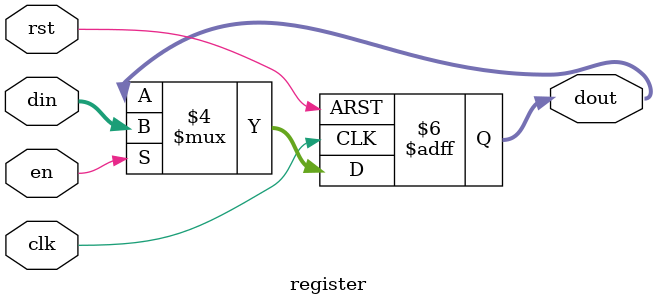
<source format=v>
`timescale 1ns /1ps

module register(
    input wire [7:0] din,
    input wire clk, en, rst,
    output reg [7:0] dout
    );


always@(posedge clk or negedge rst)
begin
    if(!rst)
        dout <= 8'o0;
    else
    begin
        if(en)
            dout <= din;
        else
            dout <= dout;
    end
end

endmodule

</source>
